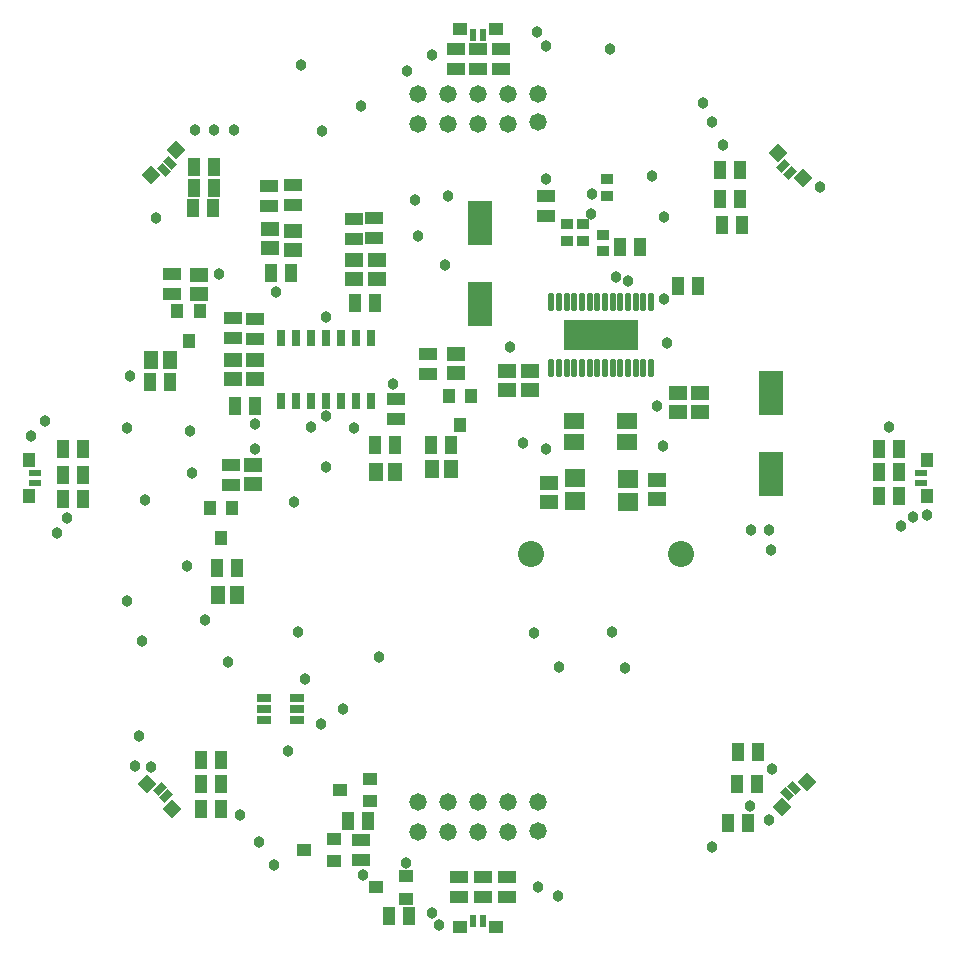
<source format=gts>
%FSTAX23Y23*%
%MOIN*%
%SFA1B1*%

%IPPOS*%
%AMD20*
4,1,4,0.032000,-0.001300,-0.001300,0.032000,-0.032000,0.001300,0.001300,-0.032000,0.032000,-0.001300,0.0*
%
%AMD21*
4,1,4,0.022300,0.005600,0.005600,0.022300,-0.022300,-0.005600,-0.005600,-0.022300,0.022300,0.005600,0.0*
%
%AMD29*
4,1,4,0.001300,0.032000,-0.032000,-0.001300,-0.001300,-0.032000,0.032000,0.001300,0.001300,0.032000,0.0*
%
%AMD30*
4,1,4,-0.005600,0.022300,-0.022300,0.005600,0.005600,-0.022300,0.022300,-0.005600,-0.005600,0.022300,0.0*
%
%ADD14R,0.043430X0.045400*%
%ADD15R,0.030840X0.054460*%
%ADD16R,0.061150X0.045400*%
%ADD17R,0.065870X0.058590*%
%ADD18R,0.041470X0.059180*%
%ADD19R,0.084770X0.145800*%
G04~CAMADD=20~9~0.0~0.0~473.7~434.3~0.0~0.0~0~0.0~0.0~0.0~0.0~0~0.0~0.0~0.0~0.0~0~0.0~0.0~0.0~315.0~640.0~639.0*
%ADD20D20*%
G04~CAMADD=21~9~0.0~0.0~237.5~395.0~0.0~0.0~0~0.0~0.0~0.0~0.0~0~0.0~0.0~0.0~0.0~0~0.0~0.0~0.0~315.0~446.0~445.0*
%ADD21D21*%
%ADD22R,0.059180X0.041470*%
%ADD23R,0.045400X0.061150*%
%ADD24R,0.047370X0.031620*%
%ADD25R,0.250910X0.102490*%
%ADD26O,0.021780X0.063120*%
%ADD27R,0.047370X0.043430*%
%ADD28R,0.023750X0.039500*%
G04~CAMADD=29~9~0.0~0.0~473.7~434.3~0.0~0.0~0~0.0~0.0~0.0~0.0~0~0.0~0.0~0.0~0.0~0~0.0~0.0~0.0~45.0~640.0~639.0*
%ADD29D29*%
G04~CAMADD=30~9~0.0~0.0~237.5~395.0~0.0~0.0~0~0.0~0.0~0.0~0.0~0~0.0~0.0~0.0~0.0~0~0.0~0.0~0.0~45.0~446.0~445.0*
%ADD30D30*%
%ADD31R,0.043430X0.047370*%
%ADD32R,0.039500X0.023750*%
%ADD33R,0.043430X0.035560*%
%ADD34R,0.065090X0.053280*%
%ADD35R,0.045400X0.043430*%
%ADD36C,0.058000*%
%ADD37C,0.086740*%
%ADD38C,0.038000*%
%LNspeakeasy_audio-1*%
%LPD*%
G54D14*
X03126Y03422D03*
X03089Y03324D03*
X03052Y03422D03*
X02255Y03049D03*
X02292Y0295D03*
X0233Y03049D03*
X02147Y03704D03*
X02185Y03605D03*
X02222Y03704D03*
G54D15*
X02792Y03405D03*
X02742D03*
X02692D03*
X02642D03*
X02592D03*
X02542D03*
X02492D03*
Y03614D03*
X02542D03*
X02592D03*
X02642D03*
X02692D03*
X02742D03*
X02792D03*
G54D16*
X03815Y03431D03*
Y03368D03*
X0389Y03431D03*
Y03368D03*
X03745Y03141D03*
Y03078D03*
X03385Y03068D03*
Y03131D03*
X03321Y03505D03*
Y03442D03*
X02332Y03543D03*
Y0348D03*
X0222Y03826D03*
Y03763D03*
X024Y03191D03*
Y03128D03*
X02407Y03543D03*
Y0348D03*
X02455Y03978D03*
Y03915D03*
X02532Y03973D03*
Y0391D03*
X03074Y03561D03*
Y03498D03*
X02737Y03874D03*
Y03811D03*
X02812Y03874D03*
Y03811D03*
X03246Y03505D03*
Y03442D03*
G54D17*
X03471Y03071D03*
Y03148D03*
X0365Y03069D03*
Y03145D03*
G54D18*
X02525Y03831D03*
X02458D03*
X02806Y0326D03*
X02873D03*
X02279Y0285D03*
X02346D03*
X02406Y0339D03*
X02339D03*
X02056Y0347D03*
X02123D03*
X02993Y0326D03*
X0306D03*
X02805Y03731D03*
X02738D03*
X02226Y0221D03*
X02293D03*
X02226Y02128D03*
X02293D03*
X02226Y02046D03*
X02293D03*
X01766Y03245D03*
X01833D03*
X01766Y0316D03*
X01833D03*
X01766Y0308D03*
X01833D03*
X02201Y04185D03*
X02268D03*
X02198Y0405D03*
X02265D03*
X02201Y04115D03*
X02268D03*
X02783Y02005D03*
X02716D03*
X02918Y0169D03*
X02851D03*
X04048Y02D03*
X03981D03*
X04078Y0213D03*
X04011D03*
X04083Y02235D03*
X04016D03*
X04028Y03991D03*
X03961D03*
X04023Y0408D03*
X03956D03*
X04023Y04175D03*
X03956D03*
X03688Y0392D03*
X03621D03*
X03883Y0379D03*
X03816D03*
X04553Y0309D03*
X04486D03*
X04553Y0317D03*
X04486D03*
X04553Y03245D03*
X04486D03*
G54D19*
X03155Y0373D03*
Y03999D03*
X04125Y03431D03*
Y03161D03*
G54D20*
X02045Y0213D03*
X02128Y02046D03*
X04231Y04148D03*
X04148Y04231D03*
G54D21*
X0211Y02089D03*
X02088Y02111D03*
X04166Y04188D03*
X04188Y04166D03*
G54D22*
X02877Y03346D03*
Y03413D03*
X0213Y03828D03*
Y03761D03*
X02327Y03193D03*
Y03126D03*
X02332Y03614D03*
Y03681D03*
X02532Y04125D03*
Y04058D03*
X02452Y04056D03*
Y04123D03*
X02982Y03563D03*
Y03496D03*
X02802Y04015D03*
Y03948D03*
X02737Y03946D03*
Y04013D03*
X02407Y0368D03*
Y03613D03*
X0276Y01876D03*
Y01943D03*
X03085Y01751D03*
Y01818D03*
X03165Y01751D03*
Y01818D03*
X03245Y01751D03*
Y01818D03*
X03075Y04578D03*
Y04511D03*
X03225Y04578D03*
Y04511D03*
X03149Y04578D03*
Y04511D03*
X03374Y04089D03*
Y04022D03*
G54D23*
X02808Y0317D03*
X02871D03*
X02281Y0276D03*
X02344D03*
X02058Y03542D03*
X02121D03*
X02995Y0318D03*
X03058D03*
G54D24*
X02544Y02417D03*
Y0238D03*
Y02342D03*
X02435D03*
Y0238D03*
Y02417D03*
G54D25*
X03559Y03625D03*
G54D26*
X03393Y03514D03*
X03418D03*
X03444D03*
X0347D03*
X03495D03*
X03521D03*
X03546D03*
X03572D03*
X03598D03*
X03623D03*
X03649D03*
X03674D03*
X037D03*
X03725D03*
X03393Y03735D03*
X03418D03*
X03444D03*
X0347D03*
X03495D03*
X03521D03*
X03546D03*
X03572D03*
X03598D03*
X03623D03*
X03649D03*
X03674D03*
X037D03*
X03725D03*
G54D27*
X0309Y01653D03*
X03208D03*
Y04645D03*
X0309D03*
G54D28*
X03165Y01671D03*
X03133D03*
Y04627D03*
X03165D03*
G54D29*
X04161Y02051D03*
X04245Y02135D03*
X02141Y04241D03*
X02058Y04158D03*
G54D30*
X04202Y02117D03*
X0418Y02095D03*
X02101Y04176D03*
X02123Y04198D03*
G54D31*
X04645Y0309D03*
Y03208D03*
X01653Y0309D03*
Y03208D03*
G54D32*
X04627Y03165D03*
Y03133D03*
X01671Y03165D03*
Y03133D03*
G54D33*
X03499Y03995D03*
Y0394D03*
X03444Y03995D03*
Y03939D03*
X03579Y04089D03*
Y04145D03*
X03564Y0396D03*
Y03904D03*
G54D34*
X03469Y0334D03*
Y03269D03*
X03647Y0334D03*
Y03269D03*
G54D35*
X02788Y02147D03*
X0269Y0211D03*
X02788Y02072D03*
X02669Y01947D03*
X0257Y0191D03*
X02669Y01872D03*
X02909Y01822D03*
X0281Y01785D03*
X02909Y01747D03*
G54D36*
X02949Y0433D03*
X03049D03*
X03149D03*
X03249D03*
X03349Y04335D03*
Y0443D03*
X03249D03*
X03149D03*
X03049D03*
X02949D03*
Y02068D03*
X03049D03*
X03149D03*
X03249D03*
X03349D03*
Y01973D03*
X03249Y01968D03*
X03149D03*
X03049D03*
X02949D03*
G54D37*
X03324Y02895D03*
X03824D03*
G54D38*
X01745Y02965D03*
X0178Y03015D03*
X0166Y0329D03*
X01705Y0334D03*
X0242Y01935D03*
X04645Y03025D03*
X03375Y0459D03*
X0247Y0186D03*
X039Y04399D03*
X0204Y03075D03*
X0224Y02675D03*
X0218Y02855D03*
X02535Y0307D03*
X02195Y03165D03*
X0219Y03305D03*
X0304Y0386D03*
X0305Y0409D03*
X02949Y03955D03*
X0294Y04075D03*
X04125Y0291D03*
X0406Y02975D03*
X0412D03*
X0364Y02515D03*
X03595Y02635D03*
X0342Y0252D03*
X03335Y02631D03*
X03255Y03585D03*
X02643Y03185D03*
X02737Y03315D03*
X02592Y0332D03*
X03375Y03245D03*
X03765Y03255D03*
X03745Y0339D03*
X0363Y0362D03*
X03555D03*
X03485D03*
X02315Y02535D03*
X0282Y02551D03*
X0255Y02635D03*
X02515Y0224D03*
X02867Y03462D03*
X02628Y04306D03*
X02909Y01865D03*
X03525Y0403D03*
X027Y0238D03*
X0378Y036D03*
X0377Y03745D03*
X0361Y03818D03*
X0365Y03805D03*
X03965Y0426D03*
X0359Y04578D03*
X0256Y04525D03*
X0276Y0439D03*
X02285Y03828D03*
X02475Y03769D03*
X02405Y03245D03*
X02406Y0333D03*
X01978Y0274D03*
X02028Y02605D03*
X03769Y0402D03*
X03729Y04155D03*
X03299Y03265D03*
X01978Y03315D03*
X01988Y0349D03*
X02643Y03355D03*
X03344Y04635D03*
X02912Y04505D03*
X0393Y04334D03*
X02571Y0248D03*
X02625Y0233D03*
X02642Y03685D03*
X03529Y04095D03*
X03374Y04145D03*
X02077Y04015D03*
X03348Y01786D03*
X02335Y04308D03*
X0227Y0431D03*
X02205D03*
X02766Y01826D03*
X03415Y01756D03*
X04558Y0299D03*
X02995Y017D03*
X0393Y0192D03*
X02995Y0456D03*
X046Y0302D03*
X0202Y0229D03*
X02059Y02185D03*
X02355Y02025D03*
X04519Y03319D03*
X0413Y0218D03*
X04055Y02055D03*
X0429Y0412D03*
X0412Y0201D03*
X0302Y0166D03*
X02005Y0219D03*
M02*
</source>
